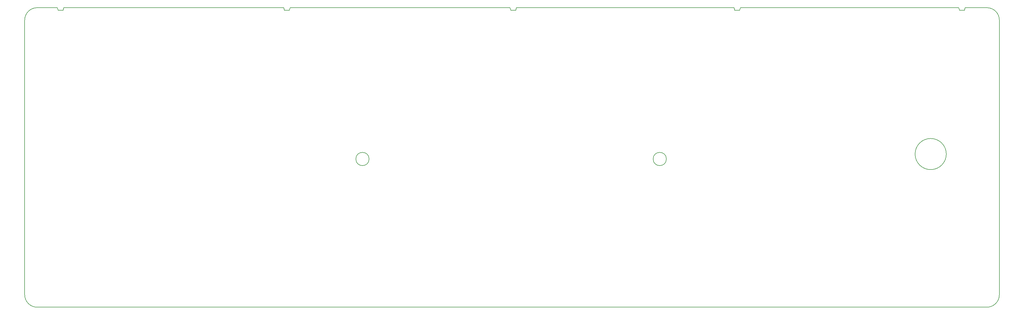
<source format=gm1>
G04 #@! TF.GenerationSoftware,KiCad,Pcbnew,(5.0.2)-1*
G04 #@! TF.CreationDate,2019-03-25T13:48:29+01:00*
G04 #@! TF.ProjectId,board_arm,626f6172-645f-4617-926d-2e6b69636164,rev?*
G04 #@! TF.SameCoordinates,Original*
G04 #@! TF.FileFunction,Profile,NP*
%FSLAX46Y46*%
G04 Gerber Fmt 4.6, Leading zero omitted, Abs format (unit mm)*
G04 Created by KiCad (PCBNEW (5.0.2)-1) date 25/03/2019 13:48:29*
%MOMM*%
%LPD*%
G01*
G04 APERTURE LIST*
%ADD10C,0.200000*%
G04 APERTURE END LIST*
D10*
X349941000Y-62525000D02*
X356925000Y-62525000D01*
X277932000Y-62525000D02*
X347941000Y-62525000D01*
X206177000Y-62525000D02*
X275932000Y-62525000D01*
X133660000Y-62525000D02*
X204177000Y-62525000D01*
X61143000Y-62525000D02*
X131660000Y-62525000D01*
X52650000Y-62525000D02*
X59143000Y-62525000D01*
X131860000Y-63325000D02*
X133460000Y-63325000D01*
X131660000Y-62525000D02*
X131860000Y-63325000D01*
X133460000Y-63325000D02*
X133660000Y-62525000D01*
X204377000Y-63325000D02*
X205977000Y-63325000D01*
X204177000Y-62525000D02*
X204377000Y-63325000D01*
X205977000Y-63325000D02*
X206177000Y-62525000D01*
X276132000Y-63325000D02*
X277732000Y-63325000D01*
X277732000Y-63325000D02*
X277932000Y-62525000D01*
X275932000Y-62525000D02*
X276132000Y-63325000D01*
X348141000Y-63325000D02*
X349741000Y-63325000D01*
X349741000Y-63325000D02*
X349941000Y-62525000D01*
X347941000Y-62525000D02*
X348141000Y-63325000D01*
X60943000Y-63325000D02*
X61143000Y-62525000D01*
X59343000Y-63325000D02*
X60943000Y-63325000D01*
X59143000Y-62525000D02*
X59343000Y-63325000D01*
X254243750Y-111125000D02*
G75*
G03X254243750Y-111125000I-2125000J0D01*
G01*
X158993750Y-111125000D02*
G75*
G03X158993750Y-111125000I-2125000J0D01*
G01*
X343925000Y-109537500D02*
G75*
G03X343925000Y-109537500I-5000000J0D01*
G01*
X356925000Y-158725000D02*
X52650000Y-158725000D01*
X360925000Y-66525000D02*
X360925000Y-154725000D01*
X48650000Y-154725000D02*
X48650000Y-66525000D01*
X52650000Y-158725000D02*
G75*
G02X48650000Y-154725000I0J4000000D01*
G01*
X48650000Y-66525000D02*
G75*
G02X52650000Y-62525000I4000000J0D01*
G01*
X360925000Y-154725000D02*
G75*
G02X356925000Y-158725000I-4000000J0D01*
G01*
X356925000Y-62525000D02*
G75*
G02X360925000Y-66525000I0J-4000000D01*
G01*
M02*

</source>
